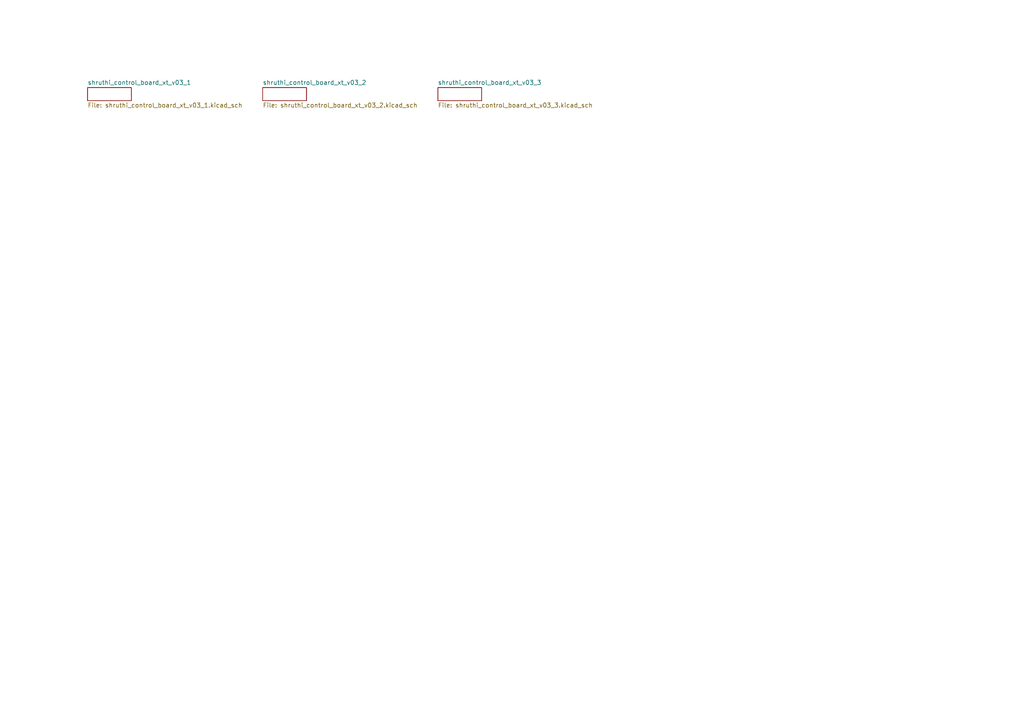
<source format=kicad_sch>
(kicad_sch
	(version 20250114)
	(generator "eeschema")
	(generator_version "9.0")
	(uuid "2c840835-6e01-4901-947c-222cae369ab9")
	(paper "A4")
	(lib_symbols)
	(sheet
		(at 76.2 25.4)
		(size 12.7 3.81)
		(exclude_from_sim no)
		(in_bom yes)
		(on_board yes)
		(dnp no)
		(fields_autoplaced yes)
		(stroke
			(width 0)
			(type solid)
		)
		(fill
			(color 0 0 0 0.0000)
		)
		(uuid "0c3d5e30-d7c9-4d12-84cf-e52c2ca8d768")
		(property "Sheetname" "shruthi_control_board_xt_v03_2"
			(at 76.2 24.6884 0)
			(effects
				(font
					(size 1.27 1.27)
				)
				(justify left bottom)
			)
		)
		(property "Sheetfile" "shruthi_control_board_xt_v03_2.kicad_sch"
			(at 76.2 29.7946 0)
			(effects
				(font
					(size 1.27 1.27)
				)
				(justify left top)
			)
		)
		(instances
			(project "shruthi_control_board_xt_v03"
				(path "/2c840835-6e01-4901-947c-222cae369ab9"
					(page "2")
				)
			)
		)
	)
	(sheet
		(at 127 25.4)
		(size 12.7 3.81)
		(exclude_from_sim no)
		(in_bom yes)
		(on_board yes)
		(dnp no)
		(fields_autoplaced yes)
		(stroke
			(width 0)
			(type solid)
		)
		(fill
			(color 0 0 0 0.0000)
		)
		(uuid "1e4cf160-db0f-4db8-aa2b-cf7d135880af")
		(property "Sheetname" "shruthi_control_board_xt_v03_3"
			(at 127 24.6884 0)
			(effects
				(font
					(size 1.27 1.27)
				)
				(justify left bottom)
			)
		)
		(property "Sheetfile" "shruthi_control_board_xt_v03_3.kicad_sch"
			(at 127 29.7946 0)
			(effects
				(font
					(size 1.27 1.27)
				)
				(justify left top)
			)
		)
		(instances
			(project "shruthi_control_board_xt_v03"
				(path "/2c840835-6e01-4901-947c-222cae369ab9"
					(page "3")
				)
			)
		)
	)
	(sheet
		(at 25.4 25.4)
		(size 12.7 3.81)
		(exclude_from_sim no)
		(in_bom yes)
		(on_board yes)
		(dnp no)
		(fields_autoplaced yes)
		(stroke
			(width 0)
			(type solid)
		)
		(fill
			(color 0 0 0 0.0000)
		)
		(uuid "c50241e5-5b6f-44c4-a607-de1547ad5c99")
		(property "Sheetname" "shruthi_control_board_xt_v03_1"
			(at 25.4 24.6884 0)
			(effects
				(font
					(size 1.27 1.27)
				)
				(justify left bottom)
			)
		)
		(property "Sheetfile" "shruthi_control_board_xt_v03_1.kicad_sch"
			(at 25.4 29.7946 0)
			(effects
				(font
					(size 1.27 1.27)
				)
				(justify left top)
			)
		)
		(instances
			(project "shruthi_control_board_xt_v03"
				(path "/2c840835-6e01-4901-947c-222cae369ab9"
					(page "1")
				)
			)
		)
	)
	(sheet_instances
		(path "/"
			(page "1")
		)
	)
	(embedded_fonts no)
)

</source>
